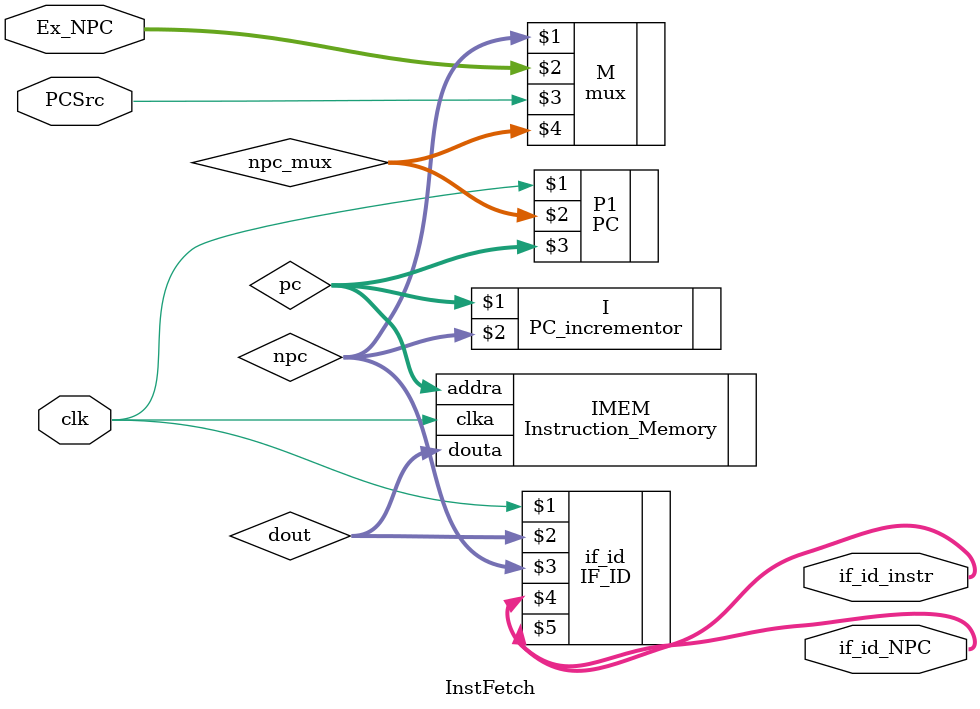
<source format=v>
`timescale 1ns / 1ps

module InstFetch(
	 input PCSrc,
	 input clk,
	 input [9:0] Ex_NPC,
	 output [31:0] if_id_instr,
	 output [9:0] if_id_NPC
    );

wire [9:0] npc,pc,npc_mux;
wire [31:0] dout;

mux M(npc,Ex_NPC,PCSrc,npc_mux);

PC P1(clk,npc_mux,pc);

Instruction_Memory IMEM(
  .clka(clk), 
  .addra(pc), 
  .douta(dout));
  
IF_ID if_id(clk,dout,npc,if_id_instr,if_id_NPC);
PC_incrementor I(pc,npc);

endmodule

</source>
